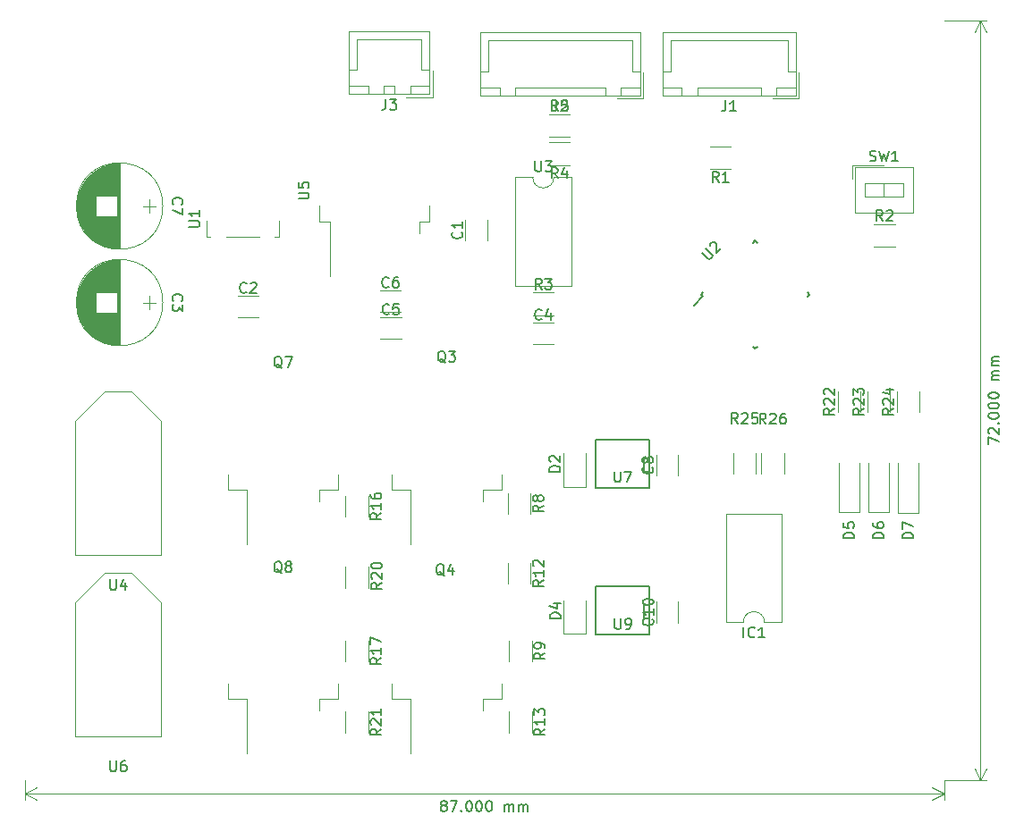
<source format=gto>
G04 #@! TF.GenerationSoftware,KiCad,Pcbnew,(5.1.0)-1*
G04 #@! TF.CreationDate,2019-06-23T00:58:32+09:00*
G04 #@! TF.ProjectId,md_ver1.00.0,6d645f76-6572-4312-9e30-302e302e6b69,rev?*
G04 #@! TF.SameCoordinates,Original*
G04 #@! TF.FileFunction,Legend,Top*
G04 #@! TF.FilePolarity,Positive*
%FSLAX46Y46*%
G04 Gerber Fmt 4.6, Leading zero omitted, Abs format (unit mm)*
G04 Created by KiCad (PCBNEW (5.1.0)-1) date 2019-06-23 00:58:32*
%MOMM*%
%LPD*%
G04 APERTURE LIST*
%ADD10C,0.150000*%
%ADD11C,0.120000*%
G04 APERTURE END LIST*
D10*
X173188380Y-125190476D02*
X173188380Y-124523809D01*
X174188380Y-124952380D01*
X173283619Y-124190476D02*
X173236000Y-124142857D01*
X173188380Y-124047619D01*
X173188380Y-123809523D01*
X173236000Y-123714285D01*
X173283619Y-123666666D01*
X173378857Y-123619047D01*
X173474095Y-123619047D01*
X173616952Y-123666666D01*
X174188380Y-124238095D01*
X174188380Y-123619047D01*
X174093142Y-123190476D02*
X174140761Y-123142857D01*
X174188380Y-123190476D01*
X174140761Y-123238095D01*
X174093142Y-123190476D01*
X174188380Y-123190476D01*
X173188380Y-122523809D02*
X173188380Y-122428571D01*
X173236000Y-122333333D01*
X173283619Y-122285714D01*
X173378857Y-122238095D01*
X173569333Y-122190476D01*
X173807428Y-122190476D01*
X173997904Y-122238095D01*
X174093142Y-122285714D01*
X174140761Y-122333333D01*
X174188380Y-122428571D01*
X174188380Y-122523809D01*
X174140761Y-122619047D01*
X174093142Y-122666666D01*
X173997904Y-122714285D01*
X173807428Y-122761904D01*
X173569333Y-122761904D01*
X173378857Y-122714285D01*
X173283619Y-122666666D01*
X173236000Y-122619047D01*
X173188380Y-122523809D01*
X173188380Y-121571428D02*
X173188380Y-121476190D01*
X173236000Y-121380952D01*
X173283619Y-121333333D01*
X173378857Y-121285714D01*
X173569333Y-121238095D01*
X173807428Y-121238095D01*
X173997904Y-121285714D01*
X174093142Y-121333333D01*
X174140761Y-121380952D01*
X174188380Y-121476190D01*
X174188380Y-121571428D01*
X174140761Y-121666666D01*
X174093142Y-121714285D01*
X173997904Y-121761904D01*
X173807428Y-121809523D01*
X173569333Y-121809523D01*
X173378857Y-121761904D01*
X173283619Y-121714285D01*
X173236000Y-121666666D01*
X173188380Y-121571428D01*
X173188380Y-120619047D02*
X173188380Y-120523809D01*
X173236000Y-120428571D01*
X173283619Y-120380952D01*
X173378857Y-120333333D01*
X173569333Y-120285714D01*
X173807428Y-120285714D01*
X173997904Y-120333333D01*
X174093142Y-120380952D01*
X174140761Y-120428571D01*
X174188380Y-120523809D01*
X174188380Y-120619047D01*
X174140761Y-120714285D01*
X174093142Y-120761904D01*
X173997904Y-120809523D01*
X173807428Y-120857142D01*
X173569333Y-120857142D01*
X173378857Y-120809523D01*
X173283619Y-120761904D01*
X173236000Y-120714285D01*
X173188380Y-120619047D01*
X174188380Y-119095238D02*
X173521714Y-119095238D01*
X173616952Y-119095238D02*
X173569333Y-119047619D01*
X173521714Y-118952380D01*
X173521714Y-118809523D01*
X173569333Y-118714285D01*
X173664571Y-118666666D01*
X174188380Y-118666666D01*
X173664571Y-118666666D02*
X173569333Y-118619047D01*
X173521714Y-118523809D01*
X173521714Y-118380952D01*
X173569333Y-118285714D01*
X173664571Y-118238095D01*
X174188380Y-118238095D01*
X174188380Y-117761904D02*
X173521714Y-117761904D01*
X173616952Y-117761904D02*
X173569333Y-117714285D01*
X173521714Y-117619047D01*
X173521714Y-117476190D01*
X173569333Y-117380952D01*
X173664571Y-117333333D01*
X174188380Y-117333333D01*
X173664571Y-117333333D02*
X173569333Y-117285714D01*
X173521714Y-117190476D01*
X173521714Y-117047619D01*
X173569333Y-116952380D01*
X173664571Y-116904761D01*
X174188380Y-116904761D01*
D11*
X172466000Y-157000000D02*
X172466000Y-85000000D01*
X169000000Y-157000000D02*
X173052421Y-157000000D01*
X169000000Y-85000000D02*
X173052421Y-85000000D01*
X172466000Y-85000000D02*
X173052421Y-86126504D01*
X172466000Y-85000000D02*
X171879579Y-86126504D01*
X172466000Y-157000000D02*
X173052421Y-155873496D01*
X172466000Y-157000000D02*
X171879579Y-155873496D01*
D10*
X121547619Y-159392952D02*
X121452380Y-159345333D01*
X121404761Y-159297714D01*
X121357142Y-159202476D01*
X121357142Y-159154857D01*
X121404761Y-159059619D01*
X121452380Y-159012000D01*
X121547619Y-158964380D01*
X121738095Y-158964380D01*
X121833333Y-159012000D01*
X121880952Y-159059619D01*
X121928571Y-159154857D01*
X121928571Y-159202476D01*
X121880952Y-159297714D01*
X121833333Y-159345333D01*
X121738095Y-159392952D01*
X121547619Y-159392952D01*
X121452380Y-159440571D01*
X121404761Y-159488190D01*
X121357142Y-159583428D01*
X121357142Y-159773904D01*
X121404761Y-159869142D01*
X121452380Y-159916761D01*
X121547619Y-159964380D01*
X121738095Y-159964380D01*
X121833333Y-159916761D01*
X121880952Y-159869142D01*
X121928571Y-159773904D01*
X121928571Y-159583428D01*
X121880952Y-159488190D01*
X121833333Y-159440571D01*
X121738095Y-159392952D01*
X122261904Y-158964380D02*
X122928571Y-158964380D01*
X122500000Y-159964380D01*
X123309523Y-159869142D02*
X123357142Y-159916761D01*
X123309523Y-159964380D01*
X123261904Y-159916761D01*
X123309523Y-159869142D01*
X123309523Y-159964380D01*
X123976190Y-158964380D02*
X124071428Y-158964380D01*
X124166666Y-159012000D01*
X124214285Y-159059619D01*
X124261904Y-159154857D01*
X124309523Y-159345333D01*
X124309523Y-159583428D01*
X124261904Y-159773904D01*
X124214285Y-159869142D01*
X124166666Y-159916761D01*
X124071428Y-159964380D01*
X123976190Y-159964380D01*
X123880952Y-159916761D01*
X123833333Y-159869142D01*
X123785714Y-159773904D01*
X123738095Y-159583428D01*
X123738095Y-159345333D01*
X123785714Y-159154857D01*
X123833333Y-159059619D01*
X123880952Y-159012000D01*
X123976190Y-158964380D01*
X124928571Y-158964380D02*
X125023809Y-158964380D01*
X125119047Y-159012000D01*
X125166666Y-159059619D01*
X125214285Y-159154857D01*
X125261904Y-159345333D01*
X125261904Y-159583428D01*
X125214285Y-159773904D01*
X125166666Y-159869142D01*
X125119047Y-159916761D01*
X125023809Y-159964380D01*
X124928571Y-159964380D01*
X124833333Y-159916761D01*
X124785714Y-159869142D01*
X124738095Y-159773904D01*
X124690476Y-159583428D01*
X124690476Y-159345333D01*
X124738095Y-159154857D01*
X124785714Y-159059619D01*
X124833333Y-159012000D01*
X124928571Y-158964380D01*
X125880952Y-158964380D02*
X125976190Y-158964380D01*
X126071428Y-159012000D01*
X126119047Y-159059619D01*
X126166666Y-159154857D01*
X126214285Y-159345333D01*
X126214285Y-159583428D01*
X126166666Y-159773904D01*
X126119047Y-159869142D01*
X126071428Y-159916761D01*
X125976190Y-159964380D01*
X125880952Y-159964380D01*
X125785714Y-159916761D01*
X125738095Y-159869142D01*
X125690476Y-159773904D01*
X125642857Y-159583428D01*
X125642857Y-159345333D01*
X125690476Y-159154857D01*
X125738095Y-159059619D01*
X125785714Y-159012000D01*
X125880952Y-158964380D01*
X127404761Y-159964380D02*
X127404761Y-159297714D01*
X127404761Y-159392952D02*
X127452380Y-159345333D01*
X127547619Y-159297714D01*
X127690476Y-159297714D01*
X127785714Y-159345333D01*
X127833333Y-159440571D01*
X127833333Y-159964380D01*
X127833333Y-159440571D02*
X127880952Y-159345333D01*
X127976190Y-159297714D01*
X128119047Y-159297714D01*
X128214285Y-159345333D01*
X128261904Y-159440571D01*
X128261904Y-159964380D01*
X128738095Y-159964380D02*
X128738095Y-159297714D01*
X128738095Y-159392952D02*
X128785714Y-159345333D01*
X128880952Y-159297714D01*
X129023809Y-159297714D01*
X129119047Y-159345333D01*
X129166666Y-159440571D01*
X129166666Y-159964380D01*
X129166666Y-159440571D02*
X129214285Y-159345333D01*
X129309523Y-159297714D01*
X129452380Y-159297714D01*
X129547619Y-159345333D01*
X129595238Y-159440571D01*
X129595238Y-159964380D01*
D11*
X82000000Y-158242000D02*
X169000000Y-158242000D01*
X82000000Y-157000000D02*
X82000000Y-158828421D01*
X169000000Y-157000000D02*
X169000000Y-158828421D01*
X169000000Y-158242000D02*
X167873496Y-158828421D01*
X169000000Y-158242000D02*
X167873496Y-157655579D01*
X82000000Y-158242000D02*
X83126504Y-158828421D01*
X82000000Y-158242000D02*
X83126504Y-157655579D01*
D10*
X140601700Y-126530100D02*
X141109700Y-126530100D01*
X140601700Y-127800100D02*
X140601700Y-126530100D01*
X141109700Y-127800100D02*
X140601700Y-127800100D01*
X141109700Y-124752100D02*
X141109700Y-129324100D01*
X136029700Y-124752100D02*
X141109700Y-124752100D01*
X136029700Y-129324100D02*
X136029700Y-124752100D01*
X141109700Y-129324100D02*
X136029700Y-129324100D01*
D11*
X143780700Y-128165100D02*
X143780700Y-126165100D01*
X141740700Y-126165100D02*
X141740700Y-128165100D01*
X135057700Y-129238100D02*
X135057700Y-126038100D01*
X132937700Y-126038100D02*
X132937700Y-129238100D01*
X132937700Y-129238100D02*
X135057700Y-129238100D01*
X120579000Y-92285000D02*
X120579000Y-89785000D01*
X118079000Y-92285000D02*
X120579000Y-92285000D01*
X113429000Y-86785000D02*
X116479000Y-86785000D01*
X113429000Y-89735000D02*
X113429000Y-86785000D01*
X112679000Y-89735000D02*
X113429000Y-89735000D01*
X119529000Y-86785000D02*
X116479000Y-86785000D01*
X119529000Y-89735000D02*
X119529000Y-86785000D01*
X120279000Y-89735000D02*
X119529000Y-89735000D01*
X112679000Y-91985000D02*
X114479000Y-91985000D01*
X112679000Y-91235000D02*
X112679000Y-91985000D01*
X114479000Y-91235000D02*
X112679000Y-91235000D01*
X114479000Y-91985000D02*
X114479000Y-91235000D01*
X118479000Y-91985000D02*
X120279000Y-91985000D01*
X118479000Y-91235000D02*
X118479000Y-91985000D01*
X120279000Y-91235000D02*
X118479000Y-91235000D01*
X120279000Y-91985000D02*
X120279000Y-91235000D01*
X115979000Y-91985000D02*
X116979000Y-91985000D01*
X115979000Y-91235000D02*
X115979000Y-91985000D01*
X116979000Y-91235000D02*
X115979000Y-91235000D01*
X116979000Y-91985000D02*
X116979000Y-91235000D01*
X112679000Y-91985000D02*
X120279000Y-91985000D01*
X112679000Y-86035000D02*
X112679000Y-91985000D01*
X120279000Y-86035000D02*
X112679000Y-86035000D01*
X120279000Y-91985000D02*
X120279000Y-86035000D01*
X101226000Y-147821000D02*
X101226000Y-149321000D01*
X101226000Y-149321000D02*
X103036000Y-149321000D01*
X103036000Y-149321000D02*
X103036000Y-154446000D01*
X111626000Y-147821000D02*
X111626000Y-149321000D01*
X111626000Y-149321000D02*
X109816000Y-149321000D01*
X109816000Y-149321000D02*
X109816000Y-150421000D01*
X109816000Y-129509000D02*
X109816000Y-130609000D01*
X111626000Y-129509000D02*
X109816000Y-129509000D01*
X111626000Y-128009000D02*
X111626000Y-129509000D01*
X103036000Y-129509000D02*
X103036000Y-134634000D01*
X101226000Y-129509000D02*
X103036000Y-129509000D01*
X101226000Y-128009000D02*
X101226000Y-129509000D01*
X116720000Y-128009000D02*
X116720000Y-129509000D01*
X116720000Y-129509000D02*
X118530000Y-129509000D01*
X118530000Y-129509000D02*
X118530000Y-134634000D01*
X127120000Y-128009000D02*
X127120000Y-129509000D01*
X127120000Y-129509000D02*
X125310000Y-129509000D01*
X125310000Y-129509000D02*
X125310000Y-130609000D01*
X125310000Y-149321000D02*
X125310000Y-150421000D01*
X127120000Y-149321000D02*
X125310000Y-149321000D01*
X127120000Y-147821000D02*
X127120000Y-149321000D01*
X118530000Y-149321000D02*
X118530000Y-154446000D01*
X116720000Y-149321000D02*
X118530000Y-149321000D01*
X116720000Y-147821000D02*
X116720000Y-149321000D01*
X92055000Y-137328000D02*
X94855000Y-140128000D01*
X86755000Y-140128000D02*
X86755000Y-152828000D01*
X89555000Y-137328000D02*
X86755000Y-140128000D01*
X86755000Y-152828000D02*
X90805000Y-152828000D01*
X90805000Y-152828000D02*
X94855000Y-152828000D01*
X92055000Y-137328000D02*
X89555000Y-137328000D01*
X94855000Y-140128000D02*
X94855000Y-152828000D01*
X92055000Y-120136000D02*
X94855000Y-122936000D01*
X86755000Y-122936000D02*
X86755000Y-135636000D01*
X89555000Y-120136000D02*
X86755000Y-122936000D01*
X86755000Y-135636000D02*
X90805000Y-135636000D01*
X90805000Y-135636000D02*
X94855000Y-135636000D01*
X92055000Y-120136000D02*
X89555000Y-120136000D01*
X94855000Y-122936000D02*
X94855000Y-135636000D01*
X112341000Y-145780000D02*
X112341000Y-143780000D01*
X114481000Y-143780000D02*
X114481000Y-145780000D01*
X125734000Y-105902000D02*
X125734000Y-103902000D01*
X123694000Y-103902000D02*
X123694000Y-105902000D01*
X102124000Y-113161000D02*
X104124000Y-113161000D01*
X104124000Y-111121000D02*
X102124000Y-111121000D01*
X132064000Y-113661000D02*
X130064000Y-113661000D01*
X130064000Y-115701000D02*
X132064000Y-115701000D01*
X117618000Y-113153000D02*
X115618000Y-113153000D01*
X115618000Y-115193000D02*
X117618000Y-115193000D01*
X115586000Y-112653000D02*
X117586000Y-112653000D01*
X117586000Y-110613000D02*
X115586000Y-110613000D01*
X141766100Y-140084300D02*
X141766100Y-142084300D01*
X143806100Y-142084300D02*
X143806100Y-140084300D01*
X135083100Y-143157300D02*
X135083100Y-139957300D01*
X132963100Y-139957300D02*
X132963100Y-143157300D01*
X132963100Y-143157300D02*
X135083100Y-143157300D01*
X159070000Y-131624000D02*
X159070000Y-126924000D01*
X160970000Y-131624000D02*
X160970000Y-126924000D01*
X159070000Y-131624000D02*
X160970000Y-131624000D01*
X161864000Y-131624000D02*
X161864000Y-126924000D01*
X163764000Y-131624000D02*
X163764000Y-126924000D01*
X161864000Y-131624000D02*
X163764000Y-131624000D01*
X164658000Y-131656000D02*
X166558000Y-131656000D01*
X166558000Y-131656000D02*
X166558000Y-126956000D01*
X164658000Y-131656000D02*
X164658000Y-126956000D01*
X148353000Y-142046000D02*
X150003000Y-142046000D01*
X148353000Y-131766000D02*
X148353000Y-142046000D01*
X153653000Y-131766000D02*
X148353000Y-131766000D01*
X153653000Y-142046000D02*
X153653000Y-131766000D01*
X152003000Y-142046000D02*
X153653000Y-142046000D01*
X150003000Y-142046000D02*
G75*
G02X152003000Y-142046000I1000000J0D01*
G01*
X155250000Y-92412000D02*
X155250000Y-89912000D01*
X152750000Y-92412000D02*
X155250000Y-92412000D01*
X143100000Y-86912000D02*
X148650000Y-86912000D01*
X143100000Y-89862000D02*
X143100000Y-86912000D01*
X142350000Y-89862000D02*
X143100000Y-89862000D01*
X154200000Y-86912000D02*
X148650000Y-86912000D01*
X154200000Y-89862000D02*
X154200000Y-86912000D01*
X154950000Y-89862000D02*
X154200000Y-89862000D01*
X142350000Y-92112000D02*
X144150000Y-92112000D01*
X142350000Y-91362000D02*
X142350000Y-92112000D01*
X144150000Y-91362000D02*
X142350000Y-91362000D01*
X144150000Y-92112000D02*
X144150000Y-91362000D01*
X153150000Y-92112000D02*
X154950000Y-92112000D01*
X153150000Y-91362000D02*
X153150000Y-92112000D01*
X154950000Y-91362000D02*
X153150000Y-91362000D01*
X154950000Y-92112000D02*
X154950000Y-91362000D01*
X145650000Y-92112000D02*
X151650000Y-92112000D01*
X145650000Y-91362000D02*
X145650000Y-92112000D01*
X151650000Y-91362000D02*
X145650000Y-91362000D01*
X151650000Y-92112000D02*
X151650000Y-91362000D01*
X142350000Y-92112000D02*
X154950000Y-92112000D01*
X142350000Y-86162000D02*
X142350000Y-92112000D01*
X154950000Y-86162000D02*
X142350000Y-86162000D01*
X154950000Y-92112000D02*
X154950000Y-86162000D01*
X140218000Y-92112000D02*
X140218000Y-86162000D01*
X140218000Y-86162000D02*
X125118000Y-86162000D01*
X125118000Y-86162000D02*
X125118000Y-92112000D01*
X125118000Y-92112000D02*
X140218000Y-92112000D01*
X136918000Y-92112000D02*
X136918000Y-91362000D01*
X136918000Y-91362000D02*
X128418000Y-91362000D01*
X128418000Y-91362000D02*
X128418000Y-92112000D01*
X128418000Y-92112000D02*
X136918000Y-92112000D01*
X140218000Y-92112000D02*
X140218000Y-91362000D01*
X140218000Y-91362000D02*
X138418000Y-91362000D01*
X138418000Y-91362000D02*
X138418000Y-92112000D01*
X138418000Y-92112000D02*
X140218000Y-92112000D01*
X126918000Y-92112000D02*
X126918000Y-91362000D01*
X126918000Y-91362000D02*
X125118000Y-91362000D01*
X125118000Y-91362000D02*
X125118000Y-92112000D01*
X125118000Y-92112000D02*
X126918000Y-92112000D01*
X140218000Y-89862000D02*
X139468000Y-89862000D01*
X139468000Y-89862000D02*
X139468000Y-86912000D01*
X139468000Y-86912000D02*
X132668000Y-86912000D01*
X125118000Y-89862000D02*
X125868000Y-89862000D01*
X125868000Y-89862000D02*
X125868000Y-86912000D01*
X125868000Y-86912000D02*
X132668000Y-86912000D01*
X138018000Y-92412000D02*
X140518000Y-92412000D01*
X140518000Y-92412000D02*
X140518000Y-89912000D01*
X148828000Y-99114000D02*
X146828000Y-99114000D01*
X146828000Y-96974000D02*
X148828000Y-96974000D01*
X162354000Y-104340000D02*
X164354000Y-104340000D01*
X164354000Y-106480000D02*
X162354000Y-106480000D01*
X132064000Y-112957000D02*
X130064000Y-112957000D01*
X130064000Y-110817000D02*
X132064000Y-110817000D01*
X133588000Y-98733000D02*
X131588000Y-98733000D01*
X131588000Y-96593000D02*
X133588000Y-96593000D01*
X131588000Y-93926000D02*
X133588000Y-93926000D01*
X133588000Y-96066000D02*
X131588000Y-96066000D01*
X129848000Y-129810000D02*
X129848000Y-131810000D01*
X127708000Y-131810000D02*
X127708000Y-129810000D01*
X127835000Y-145780000D02*
X127835000Y-143780000D01*
X129975000Y-143780000D02*
X129975000Y-145780000D01*
X127708000Y-138414000D02*
X127708000Y-136414000D01*
X129848000Y-136414000D02*
X129848000Y-138414000D01*
X127835000Y-152511000D02*
X127835000Y-150511000D01*
X129975000Y-150511000D02*
X129975000Y-152511000D01*
X114481000Y-130064000D02*
X114481000Y-132064000D01*
X112341000Y-132064000D02*
X112341000Y-130064000D01*
X114481000Y-136795000D02*
X114481000Y-138795000D01*
X112341000Y-138795000D02*
X112341000Y-136795000D01*
X112341000Y-152511000D02*
X112341000Y-150511000D01*
X114481000Y-150511000D02*
X114481000Y-152511000D01*
X161090000Y-120158000D02*
X161090000Y-122158000D01*
X158950000Y-122158000D02*
X158950000Y-120158000D01*
X161744000Y-122158000D02*
X161744000Y-120158000D01*
X163884000Y-120158000D02*
X163884000Y-122158000D01*
X166678000Y-120158000D02*
X166678000Y-122158000D01*
X164538000Y-122158000D02*
X164538000Y-120158000D01*
X149044000Y-128000000D02*
X149044000Y-126000000D01*
X151184000Y-126000000D02*
X151184000Y-128000000D01*
X153851000Y-126000000D02*
X153851000Y-128000000D01*
X151711000Y-128000000D02*
X151711000Y-126000000D01*
X163322000Y-100457000D02*
X163322000Y-101727000D01*
X165132000Y-100457000D02*
X161512000Y-100457000D01*
X165132000Y-101727000D02*
X165132000Y-100457000D01*
X161512000Y-101727000D02*
X165132000Y-101727000D01*
X161512000Y-100457000D02*
X161512000Y-101727000D01*
X160552000Y-103262000D02*
X160552000Y-98922000D01*
X166092000Y-103262000D02*
X160552000Y-103262000D01*
X166092000Y-98922000D02*
X166092000Y-103262000D01*
X160552000Y-98922000D02*
X166092000Y-98922000D01*
X160352000Y-98722000D02*
X163292000Y-98722000D01*
X160352000Y-98722000D02*
X160352000Y-99992000D01*
X106016000Y-105526000D02*
X105616000Y-105526000D01*
X106016000Y-104026000D02*
X106016000Y-105526000D01*
X104216000Y-105526000D02*
X101016000Y-105526000D01*
X99216000Y-105526000D02*
X99216000Y-104026000D01*
X99566000Y-105526000D02*
X99216000Y-105526000D01*
D10*
X146162575Y-111157099D02*
X145296369Y-112023305D01*
X151130000Y-105871476D02*
X150917868Y-106083608D01*
X156256524Y-110998000D02*
X156044392Y-111210132D01*
X151130000Y-116124524D02*
X151342132Y-115912392D01*
X146003476Y-110998000D02*
X146215608Y-110785868D01*
X151130000Y-116124524D02*
X150917868Y-115912392D01*
X156256524Y-110998000D02*
X156044392Y-110785868D01*
X151130000Y-105871476D02*
X151342132Y-106083608D01*
X146003476Y-110998000D02*
X146162575Y-111157099D01*
D11*
X132064000Y-99889000D02*
G75*
G02X130064000Y-99889000I-1000000J0D01*
G01*
X130064000Y-99889000D02*
X128414000Y-99889000D01*
X128414000Y-99889000D02*
X128414000Y-110169000D01*
X128414000Y-110169000D02*
X133714000Y-110169000D01*
X133714000Y-110169000D02*
X133714000Y-99889000D01*
X133714000Y-99889000D02*
X132064000Y-99889000D01*
X119331000Y-104103000D02*
X119331000Y-105203000D01*
X120281000Y-104103000D02*
X119331000Y-104103000D01*
X120281000Y-102603000D02*
X120281000Y-104103000D01*
X110831000Y-104103000D02*
X110831000Y-109228000D01*
X109881000Y-104103000D02*
X110831000Y-104103000D01*
X109881000Y-102603000D02*
X109881000Y-104103000D01*
D10*
X141135100Y-143243300D02*
X136055100Y-143243300D01*
X136055100Y-143243300D02*
X136055100Y-138671300D01*
X136055100Y-138671300D02*
X141135100Y-138671300D01*
X141135100Y-138671300D02*
X141135100Y-143243300D01*
X141135100Y-141719300D02*
X140627100Y-141719300D01*
X140627100Y-141719300D02*
X140627100Y-140449300D01*
X140627100Y-140449300D02*
X141135100Y-140449300D01*
D11*
X95042000Y-111760000D02*
G75*
G03X95042000Y-111760000I-4090000J0D01*
G01*
X90952000Y-115810000D02*
X90952000Y-107710000D01*
X90912000Y-115810000D02*
X90912000Y-107710000D01*
X90872000Y-115810000D02*
X90872000Y-107710000D01*
X90832000Y-115809000D02*
X90832000Y-107711000D01*
X90792000Y-115807000D02*
X90792000Y-107713000D01*
X90752000Y-115806000D02*
X90752000Y-107714000D01*
X90712000Y-115803000D02*
X90712000Y-107717000D01*
X90672000Y-115801000D02*
X90672000Y-112740000D01*
X90672000Y-110780000D02*
X90672000Y-107719000D01*
X90632000Y-115798000D02*
X90632000Y-112740000D01*
X90632000Y-110780000D02*
X90632000Y-107722000D01*
X90592000Y-115795000D02*
X90592000Y-112740000D01*
X90592000Y-110780000D02*
X90592000Y-107725000D01*
X90552000Y-115791000D02*
X90552000Y-112740000D01*
X90552000Y-110780000D02*
X90552000Y-107729000D01*
X90512000Y-115787000D02*
X90512000Y-112740000D01*
X90512000Y-110780000D02*
X90512000Y-107733000D01*
X90472000Y-115782000D02*
X90472000Y-112740000D01*
X90472000Y-110780000D02*
X90472000Y-107738000D01*
X90432000Y-115777000D02*
X90432000Y-112740000D01*
X90432000Y-110780000D02*
X90432000Y-107743000D01*
X90392000Y-115772000D02*
X90392000Y-112740000D01*
X90392000Y-110780000D02*
X90392000Y-107748000D01*
X90352000Y-115766000D02*
X90352000Y-112740000D01*
X90352000Y-110780000D02*
X90352000Y-107754000D01*
X90312000Y-115760000D02*
X90312000Y-112740000D01*
X90312000Y-110780000D02*
X90312000Y-107760000D01*
X90272000Y-115754000D02*
X90272000Y-112740000D01*
X90272000Y-110780000D02*
X90272000Y-107766000D01*
X90231000Y-115747000D02*
X90231000Y-112740000D01*
X90231000Y-110780000D02*
X90231000Y-107773000D01*
X90191000Y-115739000D02*
X90191000Y-112740000D01*
X90191000Y-110780000D02*
X90191000Y-107781000D01*
X90151000Y-115731000D02*
X90151000Y-112740000D01*
X90151000Y-110780000D02*
X90151000Y-107789000D01*
X90111000Y-115723000D02*
X90111000Y-112740000D01*
X90111000Y-110780000D02*
X90111000Y-107797000D01*
X90071000Y-115715000D02*
X90071000Y-112740000D01*
X90071000Y-110780000D02*
X90071000Y-107805000D01*
X90031000Y-115706000D02*
X90031000Y-112740000D01*
X90031000Y-110780000D02*
X90031000Y-107814000D01*
X89991000Y-115696000D02*
X89991000Y-112740000D01*
X89991000Y-110780000D02*
X89991000Y-107824000D01*
X89951000Y-115686000D02*
X89951000Y-112740000D01*
X89951000Y-110780000D02*
X89951000Y-107834000D01*
X89911000Y-115676000D02*
X89911000Y-112740000D01*
X89911000Y-110780000D02*
X89911000Y-107844000D01*
X89871000Y-115665000D02*
X89871000Y-112740000D01*
X89871000Y-110780000D02*
X89871000Y-107855000D01*
X89831000Y-115654000D02*
X89831000Y-112740000D01*
X89831000Y-110780000D02*
X89831000Y-107866000D01*
X89791000Y-115643000D02*
X89791000Y-112740000D01*
X89791000Y-110780000D02*
X89791000Y-107877000D01*
X89751000Y-115630000D02*
X89751000Y-112740000D01*
X89751000Y-110780000D02*
X89751000Y-107890000D01*
X89711000Y-115618000D02*
X89711000Y-112740000D01*
X89711000Y-110780000D02*
X89711000Y-107902000D01*
X89671000Y-115605000D02*
X89671000Y-112740000D01*
X89671000Y-110780000D02*
X89671000Y-107915000D01*
X89631000Y-115592000D02*
X89631000Y-112740000D01*
X89631000Y-110780000D02*
X89631000Y-107928000D01*
X89591000Y-115578000D02*
X89591000Y-112740000D01*
X89591000Y-110780000D02*
X89591000Y-107942000D01*
X89551000Y-115563000D02*
X89551000Y-112740000D01*
X89551000Y-110780000D02*
X89551000Y-107957000D01*
X89511000Y-115549000D02*
X89511000Y-112740000D01*
X89511000Y-110780000D02*
X89511000Y-107971000D01*
X89471000Y-115533000D02*
X89471000Y-112740000D01*
X89471000Y-110780000D02*
X89471000Y-107987000D01*
X89431000Y-115518000D02*
X89431000Y-112740000D01*
X89431000Y-110780000D02*
X89431000Y-108002000D01*
X89391000Y-115501000D02*
X89391000Y-112740000D01*
X89391000Y-110780000D02*
X89391000Y-108019000D01*
X89351000Y-115485000D02*
X89351000Y-112740000D01*
X89351000Y-110780000D02*
X89351000Y-108035000D01*
X89311000Y-115467000D02*
X89311000Y-112740000D01*
X89311000Y-110780000D02*
X89311000Y-108053000D01*
X89271000Y-115450000D02*
X89271000Y-112740000D01*
X89271000Y-110780000D02*
X89271000Y-108070000D01*
X89231000Y-115431000D02*
X89231000Y-112740000D01*
X89231000Y-110780000D02*
X89231000Y-108089000D01*
X89191000Y-115412000D02*
X89191000Y-112740000D01*
X89191000Y-110780000D02*
X89191000Y-108108000D01*
X89151000Y-115393000D02*
X89151000Y-112740000D01*
X89151000Y-110780000D02*
X89151000Y-108127000D01*
X89111000Y-115373000D02*
X89111000Y-112740000D01*
X89111000Y-110780000D02*
X89111000Y-108147000D01*
X89071000Y-115353000D02*
X89071000Y-112740000D01*
X89071000Y-110780000D02*
X89071000Y-108167000D01*
X89031000Y-115332000D02*
X89031000Y-112740000D01*
X89031000Y-110780000D02*
X89031000Y-108188000D01*
X88991000Y-115310000D02*
X88991000Y-112740000D01*
X88991000Y-110780000D02*
X88991000Y-108210000D01*
X88951000Y-115288000D02*
X88951000Y-112740000D01*
X88951000Y-110780000D02*
X88951000Y-108232000D01*
X88911000Y-115265000D02*
X88911000Y-112740000D01*
X88911000Y-110780000D02*
X88911000Y-108255000D01*
X88871000Y-115242000D02*
X88871000Y-112740000D01*
X88871000Y-110780000D02*
X88871000Y-108278000D01*
X88831000Y-115218000D02*
X88831000Y-112740000D01*
X88831000Y-110780000D02*
X88831000Y-108302000D01*
X88791000Y-115194000D02*
X88791000Y-112740000D01*
X88791000Y-110780000D02*
X88791000Y-108326000D01*
X88751000Y-115168000D02*
X88751000Y-112740000D01*
X88751000Y-110780000D02*
X88751000Y-108352000D01*
X88711000Y-115143000D02*
X88711000Y-108377000D01*
X88671000Y-115116000D02*
X88671000Y-108404000D01*
X88631000Y-115089000D02*
X88631000Y-108431000D01*
X88591000Y-115061000D02*
X88591000Y-108459000D01*
X88551000Y-115032000D02*
X88551000Y-108488000D01*
X88511000Y-115003000D02*
X88511000Y-108517000D01*
X88471000Y-114973000D02*
X88471000Y-108547000D01*
X88431000Y-114942000D02*
X88431000Y-108578000D01*
X88391000Y-114910000D02*
X88391000Y-108610000D01*
X88351000Y-114878000D02*
X88351000Y-108642000D01*
X88311000Y-114844000D02*
X88311000Y-108676000D01*
X88271000Y-114810000D02*
X88271000Y-108710000D01*
X88231000Y-114775000D02*
X88231000Y-108745000D01*
X88191000Y-114739000D02*
X88191000Y-108781000D01*
X88151000Y-114702000D02*
X88151000Y-108818000D01*
X88111000Y-114664000D02*
X88111000Y-108856000D01*
X88071000Y-114625000D02*
X88071000Y-108895000D01*
X88031000Y-114584000D02*
X88031000Y-108936000D01*
X87991000Y-114543000D02*
X87991000Y-108977000D01*
X87951000Y-114500000D02*
X87951000Y-109020000D01*
X87911000Y-114457000D02*
X87911000Y-109063000D01*
X87871000Y-114412000D02*
X87871000Y-109108000D01*
X87831000Y-114365000D02*
X87831000Y-109155000D01*
X87791000Y-114317000D02*
X87791000Y-109203000D01*
X87751000Y-114268000D02*
X87751000Y-109252000D01*
X87711000Y-114217000D02*
X87711000Y-109303000D01*
X87671000Y-114164000D02*
X87671000Y-109356000D01*
X87631000Y-114109000D02*
X87631000Y-109411000D01*
X87591000Y-114053000D02*
X87591000Y-109467000D01*
X87551000Y-113994000D02*
X87551000Y-109526000D01*
X87511000Y-113933000D02*
X87511000Y-109587000D01*
X87471000Y-113869000D02*
X87471000Y-109651000D01*
X87431000Y-113803000D02*
X87431000Y-109717000D01*
X87391000Y-113734000D02*
X87391000Y-109786000D01*
X87351000Y-113662000D02*
X87351000Y-109858000D01*
X87311000Y-113586000D02*
X87311000Y-109934000D01*
X87271000Y-113505000D02*
X87271000Y-110015000D01*
X87231000Y-113420000D02*
X87231000Y-110100000D01*
X87191000Y-113330000D02*
X87191000Y-110190000D01*
X87151000Y-113233000D02*
X87151000Y-110287000D01*
X87111000Y-113129000D02*
X87111000Y-110391000D01*
X87071000Y-113014000D02*
X87071000Y-110506000D01*
X87031000Y-112887000D02*
X87031000Y-110633000D01*
X86991000Y-112743000D02*
X86991000Y-110777000D01*
X86951000Y-112574000D02*
X86951000Y-110946000D01*
X86911000Y-112358000D02*
X86911000Y-111162000D01*
X86871000Y-112006000D02*
X86871000Y-111514000D01*
X94402000Y-111760000D02*
X93202000Y-111760000D01*
X93802000Y-112410000D02*
X93802000Y-111110000D01*
X93802000Y-103266000D02*
X93802000Y-101966000D01*
X94402000Y-102616000D02*
X93202000Y-102616000D01*
X86871000Y-102862000D02*
X86871000Y-102370000D01*
X86911000Y-103214000D02*
X86911000Y-102018000D01*
X86951000Y-103430000D02*
X86951000Y-101802000D01*
X86991000Y-103599000D02*
X86991000Y-101633000D01*
X87031000Y-103743000D02*
X87031000Y-101489000D01*
X87071000Y-103870000D02*
X87071000Y-101362000D01*
X87111000Y-103985000D02*
X87111000Y-101247000D01*
X87151000Y-104089000D02*
X87151000Y-101143000D01*
X87191000Y-104186000D02*
X87191000Y-101046000D01*
X87231000Y-104276000D02*
X87231000Y-100956000D01*
X87271000Y-104361000D02*
X87271000Y-100871000D01*
X87311000Y-104442000D02*
X87311000Y-100790000D01*
X87351000Y-104518000D02*
X87351000Y-100714000D01*
X87391000Y-104590000D02*
X87391000Y-100642000D01*
X87431000Y-104659000D02*
X87431000Y-100573000D01*
X87471000Y-104725000D02*
X87471000Y-100507000D01*
X87511000Y-104789000D02*
X87511000Y-100443000D01*
X87551000Y-104850000D02*
X87551000Y-100382000D01*
X87591000Y-104909000D02*
X87591000Y-100323000D01*
X87631000Y-104965000D02*
X87631000Y-100267000D01*
X87671000Y-105020000D02*
X87671000Y-100212000D01*
X87711000Y-105073000D02*
X87711000Y-100159000D01*
X87751000Y-105124000D02*
X87751000Y-100108000D01*
X87791000Y-105173000D02*
X87791000Y-100059000D01*
X87831000Y-105221000D02*
X87831000Y-100011000D01*
X87871000Y-105268000D02*
X87871000Y-99964000D01*
X87911000Y-105313000D02*
X87911000Y-99919000D01*
X87951000Y-105356000D02*
X87951000Y-99876000D01*
X87991000Y-105399000D02*
X87991000Y-99833000D01*
X88031000Y-105440000D02*
X88031000Y-99792000D01*
X88071000Y-105481000D02*
X88071000Y-99751000D01*
X88111000Y-105520000D02*
X88111000Y-99712000D01*
X88151000Y-105558000D02*
X88151000Y-99674000D01*
X88191000Y-105595000D02*
X88191000Y-99637000D01*
X88231000Y-105631000D02*
X88231000Y-99601000D01*
X88271000Y-105666000D02*
X88271000Y-99566000D01*
X88311000Y-105700000D02*
X88311000Y-99532000D01*
X88351000Y-105734000D02*
X88351000Y-99498000D01*
X88391000Y-105766000D02*
X88391000Y-99466000D01*
X88431000Y-105798000D02*
X88431000Y-99434000D01*
X88471000Y-105829000D02*
X88471000Y-99403000D01*
X88511000Y-105859000D02*
X88511000Y-99373000D01*
X88551000Y-105888000D02*
X88551000Y-99344000D01*
X88591000Y-105917000D02*
X88591000Y-99315000D01*
X88631000Y-105945000D02*
X88631000Y-99287000D01*
X88671000Y-105972000D02*
X88671000Y-99260000D01*
X88711000Y-105999000D02*
X88711000Y-99233000D01*
X88751000Y-101636000D02*
X88751000Y-99208000D01*
X88751000Y-106024000D02*
X88751000Y-103596000D01*
X88791000Y-101636000D02*
X88791000Y-99182000D01*
X88791000Y-106050000D02*
X88791000Y-103596000D01*
X88831000Y-101636000D02*
X88831000Y-99158000D01*
X88831000Y-106074000D02*
X88831000Y-103596000D01*
X88871000Y-101636000D02*
X88871000Y-99134000D01*
X88871000Y-106098000D02*
X88871000Y-103596000D01*
X88911000Y-101636000D02*
X88911000Y-99111000D01*
X88911000Y-106121000D02*
X88911000Y-103596000D01*
X88951000Y-101636000D02*
X88951000Y-99088000D01*
X88951000Y-106144000D02*
X88951000Y-103596000D01*
X88991000Y-101636000D02*
X88991000Y-99066000D01*
X88991000Y-106166000D02*
X88991000Y-103596000D01*
X89031000Y-101636000D02*
X89031000Y-99044000D01*
X89031000Y-106188000D02*
X89031000Y-103596000D01*
X89071000Y-101636000D02*
X89071000Y-99023000D01*
X89071000Y-106209000D02*
X89071000Y-103596000D01*
X89111000Y-101636000D02*
X89111000Y-99003000D01*
X89111000Y-106229000D02*
X89111000Y-103596000D01*
X89151000Y-101636000D02*
X89151000Y-98983000D01*
X89151000Y-106249000D02*
X89151000Y-103596000D01*
X89191000Y-101636000D02*
X89191000Y-98964000D01*
X89191000Y-106268000D02*
X89191000Y-103596000D01*
X89231000Y-101636000D02*
X89231000Y-98945000D01*
X89231000Y-106287000D02*
X89231000Y-103596000D01*
X89271000Y-101636000D02*
X89271000Y-98926000D01*
X89271000Y-106306000D02*
X89271000Y-103596000D01*
X89311000Y-101636000D02*
X89311000Y-98909000D01*
X89311000Y-106323000D02*
X89311000Y-103596000D01*
X89351000Y-101636000D02*
X89351000Y-98891000D01*
X89351000Y-106341000D02*
X89351000Y-103596000D01*
X89391000Y-101636000D02*
X89391000Y-98875000D01*
X89391000Y-106357000D02*
X89391000Y-103596000D01*
X89431000Y-101636000D02*
X89431000Y-98858000D01*
X89431000Y-106374000D02*
X89431000Y-103596000D01*
X89471000Y-101636000D02*
X89471000Y-98843000D01*
X89471000Y-106389000D02*
X89471000Y-103596000D01*
X89511000Y-101636000D02*
X89511000Y-98827000D01*
X89511000Y-106405000D02*
X89511000Y-103596000D01*
X89551000Y-101636000D02*
X89551000Y-98813000D01*
X89551000Y-106419000D02*
X89551000Y-103596000D01*
X89591000Y-101636000D02*
X89591000Y-98798000D01*
X89591000Y-106434000D02*
X89591000Y-103596000D01*
X89631000Y-101636000D02*
X89631000Y-98784000D01*
X89631000Y-106448000D02*
X89631000Y-103596000D01*
X89671000Y-101636000D02*
X89671000Y-98771000D01*
X89671000Y-106461000D02*
X89671000Y-103596000D01*
X89711000Y-101636000D02*
X89711000Y-98758000D01*
X89711000Y-106474000D02*
X89711000Y-103596000D01*
X89751000Y-101636000D02*
X89751000Y-98746000D01*
X89751000Y-106486000D02*
X89751000Y-103596000D01*
X89791000Y-101636000D02*
X89791000Y-98733000D01*
X89791000Y-106499000D02*
X89791000Y-103596000D01*
X89831000Y-101636000D02*
X89831000Y-98722000D01*
X89831000Y-106510000D02*
X89831000Y-103596000D01*
X89871000Y-101636000D02*
X89871000Y-98711000D01*
X89871000Y-106521000D02*
X89871000Y-103596000D01*
X89911000Y-101636000D02*
X89911000Y-98700000D01*
X89911000Y-106532000D02*
X89911000Y-103596000D01*
X89951000Y-101636000D02*
X89951000Y-98690000D01*
X89951000Y-106542000D02*
X89951000Y-103596000D01*
X89991000Y-101636000D02*
X89991000Y-98680000D01*
X89991000Y-106552000D02*
X89991000Y-103596000D01*
X90031000Y-101636000D02*
X90031000Y-98670000D01*
X90031000Y-106562000D02*
X90031000Y-103596000D01*
X90071000Y-101636000D02*
X90071000Y-98661000D01*
X90071000Y-106571000D02*
X90071000Y-103596000D01*
X90111000Y-101636000D02*
X90111000Y-98653000D01*
X90111000Y-106579000D02*
X90111000Y-103596000D01*
X90151000Y-101636000D02*
X90151000Y-98645000D01*
X90151000Y-106587000D02*
X90151000Y-103596000D01*
X90191000Y-101636000D02*
X90191000Y-98637000D01*
X90191000Y-106595000D02*
X90191000Y-103596000D01*
X90231000Y-101636000D02*
X90231000Y-98629000D01*
X90231000Y-106603000D02*
X90231000Y-103596000D01*
X90272000Y-101636000D02*
X90272000Y-98622000D01*
X90272000Y-106610000D02*
X90272000Y-103596000D01*
X90312000Y-101636000D02*
X90312000Y-98616000D01*
X90312000Y-106616000D02*
X90312000Y-103596000D01*
X90352000Y-101636000D02*
X90352000Y-98610000D01*
X90352000Y-106622000D02*
X90352000Y-103596000D01*
X90392000Y-101636000D02*
X90392000Y-98604000D01*
X90392000Y-106628000D02*
X90392000Y-103596000D01*
X90432000Y-101636000D02*
X90432000Y-98599000D01*
X90432000Y-106633000D02*
X90432000Y-103596000D01*
X90472000Y-101636000D02*
X90472000Y-98594000D01*
X90472000Y-106638000D02*
X90472000Y-103596000D01*
X90512000Y-101636000D02*
X90512000Y-98589000D01*
X90512000Y-106643000D02*
X90512000Y-103596000D01*
X90552000Y-101636000D02*
X90552000Y-98585000D01*
X90552000Y-106647000D02*
X90552000Y-103596000D01*
X90592000Y-101636000D02*
X90592000Y-98581000D01*
X90592000Y-106651000D02*
X90592000Y-103596000D01*
X90632000Y-101636000D02*
X90632000Y-98578000D01*
X90632000Y-106654000D02*
X90632000Y-103596000D01*
X90672000Y-101636000D02*
X90672000Y-98575000D01*
X90672000Y-106657000D02*
X90672000Y-103596000D01*
X90712000Y-106659000D02*
X90712000Y-98573000D01*
X90752000Y-106662000D02*
X90752000Y-98570000D01*
X90792000Y-106663000D02*
X90792000Y-98569000D01*
X90832000Y-106665000D02*
X90832000Y-98567000D01*
X90872000Y-106666000D02*
X90872000Y-98566000D01*
X90912000Y-106666000D02*
X90912000Y-98566000D01*
X90952000Y-106666000D02*
X90952000Y-98566000D01*
X95042000Y-102616000D02*
G75*
G03X95042000Y-102616000I-4090000J0D01*
G01*
D10*
X137807795Y-127760480D02*
X137807795Y-128570004D01*
X137855414Y-128665242D01*
X137903033Y-128712861D01*
X137998271Y-128760480D01*
X138188747Y-128760480D01*
X138283985Y-128712861D01*
X138331604Y-128665242D01*
X138379223Y-128570004D01*
X138379223Y-127760480D01*
X138760176Y-127760480D02*
X139426842Y-127760480D01*
X138998271Y-128760480D01*
X141367842Y-127331766D02*
X141415461Y-127379385D01*
X141463080Y-127522242D01*
X141463080Y-127617480D01*
X141415461Y-127760338D01*
X141320223Y-127855576D01*
X141224985Y-127903195D01*
X141034509Y-127950814D01*
X140891652Y-127950814D01*
X140701176Y-127903195D01*
X140605938Y-127855576D01*
X140510700Y-127760338D01*
X140463080Y-127617480D01*
X140463080Y-127522242D01*
X140510700Y-127379385D01*
X140558319Y-127331766D01*
X140891652Y-126760338D02*
X140844033Y-126855576D01*
X140796414Y-126903195D01*
X140701176Y-126950814D01*
X140653557Y-126950814D01*
X140558319Y-126903195D01*
X140510700Y-126855576D01*
X140463080Y-126760338D01*
X140463080Y-126569861D01*
X140510700Y-126474623D01*
X140558319Y-126427004D01*
X140653557Y-126379385D01*
X140701176Y-126379385D01*
X140796414Y-126427004D01*
X140844033Y-126474623D01*
X140891652Y-126569861D01*
X140891652Y-126760338D01*
X140939271Y-126855576D01*
X140986890Y-126903195D01*
X141082128Y-126950814D01*
X141272604Y-126950814D01*
X141367842Y-126903195D01*
X141415461Y-126855576D01*
X141463080Y-126760338D01*
X141463080Y-126569861D01*
X141415461Y-126474623D01*
X141367842Y-126427004D01*
X141272604Y-126379385D01*
X141082128Y-126379385D01*
X140986890Y-126427004D01*
X140939271Y-126474623D01*
X140891652Y-126569861D01*
X132650080Y-127776195D02*
X131650080Y-127776195D01*
X131650080Y-127538100D01*
X131697700Y-127395242D01*
X131792938Y-127300004D01*
X131888176Y-127252385D01*
X132078652Y-127204766D01*
X132221509Y-127204766D01*
X132411985Y-127252385D01*
X132507223Y-127300004D01*
X132602461Y-127395242D01*
X132650080Y-127538100D01*
X132650080Y-127776195D01*
X131745319Y-126823814D02*
X131697700Y-126776195D01*
X131650080Y-126680957D01*
X131650080Y-126442861D01*
X131697700Y-126347623D01*
X131745319Y-126300004D01*
X131840557Y-126252385D01*
X131935795Y-126252385D01*
X132078652Y-126300004D01*
X132650080Y-126871433D01*
X132650080Y-126252385D01*
X116145666Y-92487380D02*
X116145666Y-93201666D01*
X116098047Y-93344523D01*
X116002809Y-93439761D01*
X115859952Y-93487380D01*
X115764714Y-93487380D01*
X116526619Y-92487380D02*
X117145666Y-92487380D01*
X116812333Y-92868333D01*
X116955190Y-92868333D01*
X117050428Y-92915952D01*
X117098047Y-92963571D01*
X117145666Y-93058809D01*
X117145666Y-93296904D01*
X117098047Y-93392142D01*
X117050428Y-93439761D01*
X116955190Y-93487380D01*
X116669476Y-93487380D01*
X116574238Y-93439761D01*
X116526619Y-93392142D01*
X106330761Y-137393619D02*
X106235523Y-137346000D01*
X106140285Y-137250761D01*
X105997428Y-137107904D01*
X105902190Y-137060285D01*
X105806952Y-137060285D01*
X105854571Y-137298380D02*
X105759333Y-137250761D01*
X105664095Y-137155523D01*
X105616476Y-136965047D01*
X105616476Y-136631714D01*
X105664095Y-136441238D01*
X105759333Y-136346000D01*
X105854571Y-136298380D01*
X106045047Y-136298380D01*
X106140285Y-136346000D01*
X106235523Y-136441238D01*
X106283142Y-136631714D01*
X106283142Y-136965047D01*
X106235523Y-137155523D01*
X106140285Y-137250761D01*
X106045047Y-137298380D01*
X105854571Y-137298380D01*
X106854571Y-136726952D02*
X106759333Y-136679333D01*
X106711714Y-136631714D01*
X106664095Y-136536476D01*
X106664095Y-136488857D01*
X106711714Y-136393619D01*
X106759333Y-136346000D01*
X106854571Y-136298380D01*
X107045047Y-136298380D01*
X107140285Y-136346000D01*
X107187904Y-136393619D01*
X107235523Y-136488857D01*
X107235523Y-136536476D01*
X107187904Y-136631714D01*
X107140285Y-136679333D01*
X107045047Y-136726952D01*
X106854571Y-136726952D01*
X106759333Y-136774571D01*
X106711714Y-136822190D01*
X106664095Y-136917428D01*
X106664095Y-137107904D01*
X106711714Y-137203142D01*
X106759333Y-137250761D01*
X106854571Y-137298380D01*
X107045047Y-137298380D01*
X107140285Y-137250761D01*
X107187904Y-137203142D01*
X107235523Y-137107904D01*
X107235523Y-136917428D01*
X107187904Y-136822190D01*
X107140285Y-136774571D01*
X107045047Y-136726952D01*
X106330761Y-117962619D02*
X106235523Y-117915000D01*
X106140285Y-117819761D01*
X105997428Y-117676904D01*
X105902190Y-117629285D01*
X105806952Y-117629285D01*
X105854571Y-117867380D02*
X105759333Y-117819761D01*
X105664095Y-117724523D01*
X105616476Y-117534047D01*
X105616476Y-117200714D01*
X105664095Y-117010238D01*
X105759333Y-116915000D01*
X105854571Y-116867380D01*
X106045047Y-116867380D01*
X106140285Y-116915000D01*
X106235523Y-117010238D01*
X106283142Y-117200714D01*
X106283142Y-117534047D01*
X106235523Y-117724523D01*
X106140285Y-117819761D01*
X106045047Y-117867380D01*
X105854571Y-117867380D01*
X106616476Y-116867380D02*
X107283142Y-116867380D01*
X106854571Y-117867380D01*
X121824761Y-117454619D02*
X121729523Y-117407000D01*
X121634285Y-117311761D01*
X121491428Y-117168904D01*
X121396190Y-117121285D01*
X121300952Y-117121285D01*
X121348571Y-117359380D02*
X121253333Y-117311761D01*
X121158095Y-117216523D01*
X121110476Y-117026047D01*
X121110476Y-116692714D01*
X121158095Y-116502238D01*
X121253333Y-116407000D01*
X121348571Y-116359380D01*
X121539047Y-116359380D01*
X121634285Y-116407000D01*
X121729523Y-116502238D01*
X121777142Y-116692714D01*
X121777142Y-117026047D01*
X121729523Y-117216523D01*
X121634285Y-117311761D01*
X121539047Y-117359380D01*
X121348571Y-117359380D01*
X122110476Y-116359380D02*
X122729523Y-116359380D01*
X122396190Y-116740333D01*
X122539047Y-116740333D01*
X122634285Y-116787952D01*
X122681904Y-116835571D01*
X122729523Y-116930809D01*
X122729523Y-117168904D01*
X122681904Y-117264142D01*
X122634285Y-117311761D01*
X122539047Y-117359380D01*
X122253333Y-117359380D01*
X122158095Y-117311761D01*
X122110476Y-117264142D01*
X121697761Y-137647619D02*
X121602523Y-137600000D01*
X121507285Y-137504761D01*
X121364428Y-137361904D01*
X121269190Y-137314285D01*
X121173952Y-137314285D01*
X121221571Y-137552380D02*
X121126333Y-137504761D01*
X121031095Y-137409523D01*
X120983476Y-137219047D01*
X120983476Y-136885714D01*
X121031095Y-136695238D01*
X121126333Y-136600000D01*
X121221571Y-136552380D01*
X121412047Y-136552380D01*
X121507285Y-136600000D01*
X121602523Y-136695238D01*
X121650142Y-136885714D01*
X121650142Y-137219047D01*
X121602523Y-137409523D01*
X121507285Y-137504761D01*
X121412047Y-137552380D01*
X121221571Y-137552380D01*
X122507285Y-136885714D02*
X122507285Y-137552380D01*
X122269190Y-136504761D02*
X122031095Y-137219047D01*
X122650142Y-137219047D01*
X90043095Y-155180380D02*
X90043095Y-155989904D01*
X90090714Y-156085142D01*
X90138333Y-156132761D01*
X90233571Y-156180380D01*
X90424047Y-156180380D01*
X90519285Y-156132761D01*
X90566904Y-156085142D01*
X90614523Y-155989904D01*
X90614523Y-155180380D01*
X91519285Y-155180380D02*
X91328809Y-155180380D01*
X91233571Y-155228000D01*
X91185952Y-155275619D01*
X91090714Y-155418476D01*
X91043095Y-155608952D01*
X91043095Y-155989904D01*
X91090714Y-156085142D01*
X91138333Y-156132761D01*
X91233571Y-156180380D01*
X91424047Y-156180380D01*
X91519285Y-156132761D01*
X91566904Y-156085142D01*
X91614523Y-155989904D01*
X91614523Y-155751809D01*
X91566904Y-155656571D01*
X91519285Y-155608952D01*
X91424047Y-155561333D01*
X91233571Y-155561333D01*
X91138333Y-155608952D01*
X91090714Y-155656571D01*
X91043095Y-155751809D01*
X90043095Y-137988380D02*
X90043095Y-138797904D01*
X90090714Y-138893142D01*
X90138333Y-138940761D01*
X90233571Y-138988380D01*
X90424047Y-138988380D01*
X90519285Y-138940761D01*
X90566904Y-138893142D01*
X90614523Y-138797904D01*
X90614523Y-137988380D01*
X91519285Y-138321714D02*
X91519285Y-138988380D01*
X91281190Y-137940761D02*
X91043095Y-138655047D01*
X91662142Y-138655047D01*
X115713380Y-145422857D02*
X115237190Y-145756190D01*
X115713380Y-145994285D02*
X114713380Y-145994285D01*
X114713380Y-145613333D01*
X114761000Y-145518095D01*
X114808619Y-145470476D01*
X114903857Y-145422857D01*
X115046714Y-145422857D01*
X115141952Y-145470476D01*
X115189571Y-145518095D01*
X115237190Y-145613333D01*
X115237190Y-145994285D01*
X115713380Y-144470476D02*
X115713380Y-145041904D01*
X115713380Y-144756190D02*
X114713380Y-144756190D01*
X114856238Y-144851428D01*
X114951476Y-144946666D01*
X114999095Y-145041904D01*
X114713380Y-144137142D02*
X114713380Y-143470476D01*
X115713380Y-143899047D01*
X123321142Y-105068666D02*
X123368761Y-105116285D01*
X123416380Y-105259142D01*
X123416380Y-105354380D01*
X123368761Y-105497238D01*
X123273523Y-105592476D01*
X123178285Y-105640095D01*
X122987809Y-105687714D01*
X122844952Y-105687714D01*
X122654476Y-105640095D01*
X122559238Y-105592476D01*
X122464000Y-105497238D01*
X122416380Y-105354380D01*
X122416380Y-105259142D01*
X122464000Y-105116285D01*
X122511619Y-105068666D01*
X123416380Y-104116285D02*
X123416380Y-104687714D01*
X123416380Y-104402000D02*
X122416380Y-104402000D01*
X122559238Y-104497238D01*
X122654476Y-104592476D01*
X122702095Y-104687714D01*
X102957333Y-110748142D02*
X102909714Y-110795761D01*
X102766857Y-110843380D01*
X102671619Y-110843380D01*
X102528761Y-110795761D01*
X102433523Y-110700523D01*
X102385904Y-110605285D01*
X102338285Y-110414809D01*
X102338285Y-110271952D01*
X102385904Y-110081476D01*
X102433523Y-109986238D01*
X102528761Y-109891000D01*
X102671619Y-109843380D01*
X102766857Y-109843380D01*
X102909714Y-109891000D01*
X102957333Y-109938619D01*
X103338285Y-109938619D02*
X103385904Y-109891000D01*
X103481142Y-109843380D01*
X103719238Y-109843380D01*
X103814476Y-109891000D01*
X103862095Y-109938619D01*
X103909714Y-110033857D01*
X103909714Y-110129095D01*
X103862095Y-110271952D01*
X103290666Y-110843380D01*
X103909714Y-110843380D01*
X130897333Y-113288142D02*
X130849714Y-113335761D01*
X130706857Y-113383380D01*
X130611619Y-113383380D01*
X130468761Y-113335761D01*
X130373523Y-113240523D01*
X130325904Y-113145285D01*
X130278285Y-112954809D01*
X130278285Y-112811952D01*
X130325904Y-112621476D01*
X130373523Y-112526238D01*
X130468761Y-112431000D01*
X130611619Y-112383380D01*
X130706857Y-112383380D01*
X130849714Y-112431000D01*
X130897333Y-112478619D01*
X131754476Y-112716714D02*
X131754476Y-113383380D01*
X131516380Y-112335761D02*
X131278285Y-113050047D01*
X131897333Y-113050047D01*
X116451333Y-112780142D02*
X116403714Y-112827761D01*
X116260857Y-112875380D01*
X116165619Y-112875380D01*
X116022761Y-112827761D01*
X115927523Y-112732523D01*
X115879904Y-112637285D01*
X115832285Y-112446809D01*
X115832285Y-112303952D01*
X115879904Y-112113476D01*
X115927523Y-112018238D01*
X116022761Y-111923000D01*
X116165619Y-111875380D01*
X116260857Y-111875380D01*
X116403714Y-111923000D01*
X116451333Y-111970619D01*
X117356095Y-111875380D02*
X116879904Y-111875380D01*
X116832285Y-112351571D01*
X116879904Y-112303952D01*
X116975142Y-112256333D01*
X117213238Y-112256333D01*
X117308476Y-112303952D01*
X117356095Y-112351571D01*
X117403714Y-112446809D01*
X117403714Y-112684904D01*
X117356095Y-112780142D01*
X117308476Y-112827761D01*
X117213238Y-112875380D01*
X116975142Y-112875380D01*
X116879904Y-112827761D01*
X116832285Y-112780142D01*
X116419333Y-110240142D02*
X116371714Y-110287761D01*
X116228857Y-110335380D01*
X116133619Y-110335380D01*
X115990761Y-110287761D01*
X115895523Y-110192523D01*
X115847904Y-110097285D01*
X115800285Y-109906809D01*
X115800285Y-109763952D01*
X115847904Y-109573476D01*
X115895523Y-109478238D01*
X115990761Y-109383000D01*
X116133619Y-109335380D01*
X116228857Y-109335380D01*
X116371714Y-109383000D01*
X116419333Y-109430619D01*
X117276476Y-109335380D02*
X117086000Y-109335380D01*
X116990761Y-109383000D01*
X116943142Y-109430619D01*
X116847904Y-109573476D01*
X116800285Y-109763952D01*
X116800285Y-110144904D01*
X116847904Y-110240142D01*
X116895523Y-110287761D01*
X116990761Y-110335380D01*
X117181238Y-110335380D01*
X117276476Y-110287761D01*
X117324095Y-110240142D01*
X117371714Y-110144904D01*
X117371714Y-109906809D01*
X117324095Y-109811571D01*
X117276476Y-109763952D01*
X117181238Y-109716333D01*
X116990761Y-109716333D01*
X116895523Y-109763952D01*
X116847904Y-109811571D01*
X116800285Y-109906809D01*
X141393242Y-141727157D02*
X141440861Y-141774776D01*
X141488480Y-141917633D01*
X141488480Y-142012871D01*
X141440861Y-142155728D01*
X141345623Y-142250966D01*
X141250385Y-142298585D01*
X141059909Y-142346204D01*
X140917052Y-142346204D01*
X140726576Y-142298585D01*
X140631338Y-142250966D01*
X140536100Y-142155728D01*
X140488480Y-142012871D01*
X140488480Y-141917633D01*
X140536100Y-141774776D01*
X140583719Y-141727157D01*
X141488480Y-140774776D02*
X141488480Y-141346204D01*
X141488480Y-141060490D02*
X140488480Y-141060490D01*
X140631338Y-141155728D01*
X140726576Y-141250966D01*
X140774195Y-141346204D01*
X140488480Y-140155728D02*
X140488480Y-140060490D01*
X140536100Y-139965252D01*
X140583719Y-139917633D01*
X140678957Y-139870014D01*
X140869433Y-139822395D01*
X141107528Y-139822395D01*
X141298004Y-139870014D01*
X141393242Y-139917633D01*
X141440861Y-139965252D01*
X141488480Y-140060490D01*
X141488480Y-140155728D01*
X141440861Y-140250966D01*
X141393242Y-140298585D01*
X141298004Y-140346204D01*
X141107528Y-140393823D01*
X140869433Y-140393823D01*
X140678957Y-140346204D01*
X140583719Y-140298585D01*
X140536100Y-140250966D01*
X140488480Y-140155728D01*
X132675480Y-141695395D02*
X131675480Y-141695395D01*
X131675480Y-141457300D01*
X131723100Y-141314442D01*
X131818338Y-141219204D01*
X131913576Y-141171585D01*
X132104052Y-141123966D01*
X132246909Y-141123966D01*
X132437385Y-141171585D01*
X132532623Y-141219204D01*
X132627861Y-141314442D01*
X132675480Y-141457300D01*
X132675480Y-141695395D01*
X132008814Y-140266823D02*
X132675480Y-140266823D01*
X131627861Y-140504919D02*
X132342147Y-140743014D01*
X132342147Y-140123966D01*
X160472380Y-134088095D02*
X159472380Y-134088095D01*
X159472380Y-133850000D01*
X159520000Y-133707142D01*
X159615238Y-133611904D01*
X159710476Y-133564285D01*
X159900952Y-133516666D01*
X160043809Y-133516666D01*
X160234285Y-133564285D01*
X160329523Y-133611904D01*
X160424761Y-133707142D01*
X160472380Y-133850000D01*
X160472380Y-134088095D01*
X159472380Y-132611904D02*
X159472380Y-133088095D01*
X159948571Y-133135714D01*
X159900952Y-133088095D01*
X159853333Y-132992857D01*
X159853333Y-132754761D01*
X159900952Y-132659523D01*
X159948571Y-132611904D01*
X160043809Y-132564285D01*
X160281904Y-132564285D01*
X160377142Y-132611904D01*
X160424761Y-132659523D01*
X160472380Y-132754761D01*
X160472380Y-132992857D01*
X160424761Y-133088095D01*
X160377142Y-133135714D01*
X163266380Y-134088095D02*
X162266380Y-134088095D01*
X162266380Y-133850000D01*
X162314000Y-133707142D01*
X162409238Y-133611904D01*
X162504476Y-133564285D01*
X162694952Y-133516666D01*
X162837809Y-133516666D01*
X163028285Y-133564285D01*
X163123523Y-133611904D01*
X163218761Y-133707142D01*
X163266380Y-133850000D01*
X163266380Y-134088095D01*
X162266380Y-132659523D02*
X162266380Y-132850000D01*
X162314000Y-132945238D01*
X162361619Y-132992857D01*
X162504476Y-133088095D01*
X162694952Y-133135714D01*
X163075904Y-133135714D01*
X163171142Y-133088095D01*
X163218761Y-133040476D01*
X163266380Y-132945238D01*
X163266380Y-132754761D01*
X163218761Y-132659523D01*
X163171142Y-132611904D01*
X163075904Y-132564285D01*
X162837809Y-132564285D01*
X162742571Y-132611904D01*
X162694952Y-132659523D01*
X162647333Y-132754761D01*
X162647333Y-132945238D01*
X162694952Y-133040476D01*
X162742571Y-133088095D01*
X162837809Y-133135714D01*
X166060380Y-134088095D02*
X165060380Y-134088095D01*
X165060380Y-133850000D01*
X165108000Y-133707142D01*
X165203238Y-133611904D01*
X165298476Y-133564285D01*
X165488952Y-133516666D01*
X165631809Y-133516666D01*
X165822285Y-133564285D01*
X165917523Y-133611904D01*
X166012761Y-133707142D01*
X166060380Y-133850000D01*
X166060380Y-134088095D01*
X165060380Y-133183333D02*
X165060380Y-132516666D01*
X166060380Y-132945238D01*
X150026809Y-143498380D02*
X150026809Y-142498380D01*
X151074428Y-143403142D02*
X151026809Y-143450761D01*
X150883952Y-143498380D01*
X150788714Y-143498380D01*
X150645857Y-143450761D01*
X150550619Y-143355523D01*
X150503000Y-143260285D01*
X150455380Y-143069809D01*
X150455380Y-142926952D01*
X150503000Y-142736476D01*
X150550619Y-142641238D01*
X150645857Y-142546000D01*
X150788714Y-142498380D01*
X150883952Y-142498380D01*
X151026809Y-142546000D01*
X151074428Y-142593619D01*
X152026809Y-143498380D02*
X151455380Y-143498380D01*
X151741095Y-143498380D02*
X151741095Y-142498380D01*
X151645857Y-142641238D01*
X151550619Y-142736476D01*
X151455380Y-142784095D01*
X148316666Y-92614380D02*
X148316666Y-93328666D01*
X148269047Y-93471523D01*
X148173809Y-93566761D01*
X148030952Y-93614380D01*
X147935714Y-93614380D01*
X149316666Y-93614380D02*
X148745238Y-93614380D01*
X149030952Y-93614380D02*
X149030952Y-92614380D01*
X148935714Y-92757238D01*
X148840476Y-92852476D01*
X148745238Y-92900095D01*
X132334666Y-92614380D02*
X132334666Y-93328666D01*
X132287047Y-93471523D01*
X132191809Y-93566761D01*
X132048952Y-93614380D01*
X131953714Y-93614380D01*
X132763238Y-92709619D02*
X132810857Y-92662000D01*
X132906095Y-92614380D01*
X133144190Y-92614380D01*
X133239428Y-92662000D01*
X133287047Y-92709619D01*
X133334666Y-92804857D01*
X133334666Y-92900095D01*
X133287047Y-93042952D01*
X132715619Y-93614380D01*
X133334666Y-93614380D01*
X147661333Y-100346380D02*
X147328000Y-99870190D01*
X147089904Y-100346380D02*
X147089904Y-99346380D01*
X147470857Y-99346380D01*
X147566095Y-99394000D01*
X147613714Y-99441619D01*
X147661333Y-99536857D01*
X147661333Y-99679714D01*
X147613714Y-99774952D01*
X147566095Y-99822571D01*
X147470857Y-99870190D01*
X147089904Y-99870190D01*
X148613714Y-100346380D02*
X148042285Y-100346380D01*
X148328000Y-100346380D02*
X148328000Y-99346380D01*
X148232761Y-99489238D01*
X148137523Y-99584476D01*
X148042285Y-99632095D01*
X163187333Y-104012380D02*
X162854000Y-103536190D01*
X162615904Y-104012380D02*
X162615904Y-103012380D01*
X162996857Y-103012380D01*
X163092095Y-103060000D01*
X163139714Y-103107619D01*
X163187333Y-103202857D01*
X163187333Y-103345714D01*
X163139714Y-103440952D01*
X163092095Y-103488571D01*
X162996857Y-103536190D01*
X162615904Y-103536190D01*
X163568285Y-103107619D02*
X163615904Y-103060000D01*
X163711142Y-103012380D01*
X163949238Y-103012380D01*
X164044476Y-103060000D01*
X164092095Y-103107619D01*
X164139714Y-103202857D01*
X164139714Y-103298095D01*
X164092095Y-103440952D01*
X163520666Y-104012380D01*
X164139714Y-104012380D01*
X130897333Y-110489380D02*
X130564000Y-110013190D01*
X130325904Y-110489380D02*
X130325904Y-109489380D01*
X130706857Y-109489380D01*
X130802095Y-109537000D01*
X130849714Y-109584619D01*
X130897333Y-109679857D01*
X130897333Y-109822714D01*
X130849714Y-109917952D01*
X130802095Y-109965571D01*
X130706857Y-110013190D01*
X130325904Y-110013190D01*
X131230666Y-109489380D02*
X131849714Y-109489380D01*
X131516380Y-109870333D01*
X131659238Y-109870333D01*
X131754476Y-109917952D01*
X131802095Y-109965571D01*
X131849714Y-110060809D01*
X131849714Y-110298904D01*
X131802095Y-110394142D01*
X131754476Y-110441761D01*
X131659238Y-110489380D01*
X131373523Y-110489380D01*
X131278285Y-110441761D01*
X131230666Y-110394142D01*
X132421333Y-99965380D02*
X132088000Y-99489190D01*
X131849904Y-99965380D02*
X131849904Y-98965380D01*
X132230857Y-98965380D01*
X132326095Y-99013000D01*
X132373714Y-99060619D01*
X132421333Y-99155857D01*
X132421333Y-99298714D01*
X132373714Y-99393952D01*
X132326095Y-99441571D01*
X132230857Y-99489190D01*
X131849904Y-99489190D01*
X133278476Y-99298714D02*
X133278476Y-99965380D01*
X133040380Y-98917761D02*
X132802285Y-99632047D01*
X133421333Y-99632047D01*
X132421333Y-93598380D02*
X132088000Y-93122190D01*
X131849904Y-93598380D02*
X131849904Y-92598380D01*
X132230857Y-92598380D01*
X132326095Y-92646000D01*
X132373714Y-92693619D01*
X132421333Y-92788857D01*
X132421333Y-92931714D01*
X132373714Y-93026952D01*
X132326095Y-93074571D01*
X132230857Y-93122190D01*
X131849904Y-93122190D01*
X133326095Y-92598380D02*
X132849904Y-92598380D01*
X132802285Y-93074571D01*
X132849904Y-93026952D01*
X132945142Y-92979333D01*
X133183238Y-92979333D01*
X133278476Y-93026952D01*
X133326095Y-93074571D01*
X133373714Y-93169809D01*
X133373714Y-93407904D01*
X133326095Y-93503142D01*
X133278476Y-93550761D01*
X133183238Y-93598380D01*
X132945142Y-93598380D01*
X132849904Y-93550761D01*
X132802285Y-93503142D01*
X131080380Y-130976666D02*
X130604190Y-131310000D01*
X131080380Y-131548095D02*
X130080380Y-131548095D01*
X130080380Y-131167142D01*
X130128000Y-131071904D01*
X130175619Y-131024285D01*
X130270857Y-130976666D01*
X130413714Y-130976666D01*
X130508952Y-131024285D01*
X130556571Y-131071904D01*
X130604190Y-131167142D01*
X130604190Y-131548095D01*
X130508952Y-130405238D02*
X130461333Y-130500476D01*
X130413714Y-130548095D01*
X130318476Y-130595714D01*
X130270857Y-130595714D01*
X130175619Y-130548095D01*
X130128000Y-130500476D01*
X130080380Y-130405238D01*
X130080380Y-130214761D01*
X130128000Y-130119523D01*
X130175619Y-130071904D01*
X130270857Y-130024285D01*
X130318476Y-130024285D01*
X130413714Y-130071904D01*
X130461333Y-130119523D01*
X130508952Y-130214761D01*
X130508952Y-130405238D01*
X130556571Y-130500476D01*
X130604190Y-130548095D01*
X130699428Y-130595714D01*
X130889904Y-130595714D01*
X130985142Y-130548095D01*
X131032761Y-130500476D01*
X131080380Y-130405238D01*
X131080380Y-130214761D01*
X131032761Y-130119523D01*
X130985142Y-130071904D01*
X130889904Y-130024285D01*
X130699428Y-130024285D01*
X130604190Y-130071904D01*
X130556571Y-130119523D01*
X130508952Y-130214761D01*
X131207380Y-144946666D02*
X130731190Y-145280000D01*
X131207380Y-145518095D02*
X130207380Y-145518095D01*
X130207380Y-145137142D01*
X130255000Y-145041904D01*
X130302619Y-144994285D01*
X130397857Y-144946666D01*
X130540714Y-144946666D01*
X130635952Y-144994285D01*
X130683571Y-145041904D01*
X130731190Y-145137142D01*
X130731190Y-145518095D01*
X131207380Y-144470476D02*
X131207380Y-144280000D01*
X131159761Y-144184761D01*
X131112142Y-144137142D01*
X130969285Y-144041904D01*
X130778809Y-143994285D01*
X130397857Y-143994285D01*
X130302619Y-144041904D01*
X130255000Y-144089523D01*
X130207380Y-144184761D01*
X130207380Y-144375238D01*
X130255000Y-144470476D01*
X130302619Y-144518095D01*
X130397857Y-144565714D01*
X130635952Y-144565714D01*
X130731190Y-144518095D01*
X130778809Y-144470476D01*
X130826428Y-144375238D01*
X130826428Y-144184761D01*
X130778809Y-144089523D01*
X130731190Y-144041904D01*
X130635952Y-143994285D01*
X131080380Y-138056857D02*
X130604190Y-138390190D01*
X131080380Y-138628285D02*
X130080380Y-138628285D01*
X130080380Y-138247333D01*
X130128000Y-138152095D01*
X130175619Y-138104476D01*
X130270857Y-138056857D01*
X130413714Y-138056857D01*
X130508952Y-138104476D01*
X130556571Y-138152095D01*
X130604190Y-138247333D01*
X130604190Y-138628285D01*
X131080380Y-137104476D02*
X131080380Y-137675904D01*
X131080380Y-137390190D02*
X130080380Y-137390190D01*
X130223238Y-137485428D01*
X130318476Y-137580666D01*
X130366095Y-137675904D01*
X130175619Y-136723523D02*
X130128000Y-136675904D01*
X130080380Y-136580666D01*
X130080380Y-136342571D01*
X130128000Y-136247333D01*
X130175619Y-136199714D01*
X130270857Y-136152095D01*
X130366095Y-136152095D01*
X130508952Y-136199714D01*
X131080380Y-136771142D01*
X131080380Y-136152095D01*
X131207380Y-152153857D02*
X130731190Y-152487190D01*
X131207380Y-152725285D02*
X130207380Y-152725285D01*
X130207380Y-152344333D01*
X130255000Y-152249095D01*
X130302619Y-152201476D01*
X130397857Y-152153857D01*
X130540714Y-152153857D01*
X130635952Y-152201476D01*
X130683571Y-152249095D01*
X130731190Y-152344333D01*
X130731190Y-152725285D01*
X131207380Y-151201476D02*
X131207380Y-151772904D01*
X131207380Y-151487190D02*
X130207380Y-151487190D01*
X130350238Y-151582428D01*
X130445476Y-151677666D01*
X130493095Y-151772904D01*
X130207380Y-150868142D02*
X130207380Y-150249095D01*
X130588333Y-150582428D01*
X130588333Y-150439571D01*
X130635952Y-150344333D01*
X130683571Y-150296714D01*
X130778809Y-150249095D01*
X131016904Y-150249095D01*
X131112142Y-150296714D01*
X131159761Y-150344333D01*
X131207380Y-150439571D01*
X131207380Y-150725285D01*
X131159761Y-150820523D01*
X131112142Y-150868142D01*
X115713380Y-131706857D02*
X115237190Y-132040190D01*
X115713380Y-132278285D02*
X114713380Y-132278285D01*
X114713380Y-131897333D01*
X114761000Y-131802095D01*
X114808619Y-131754476D01*
X114903857Y-131706857D01*
X115046714Y-131706857D01*
X115141952Y-131754476D01*
X115189571Y-131802095D01*
X115237190Y-131897333D01*
X115237190Y-132278285D01*
X115713380Y-130754476D02*
X115713380Y-131325904D01*
X115713380Y-131040190D02*
X114713380Y-131040190D01*
X114856238Y-131135428D01*
X114951476Y-131230666D01*
X114999095Y-131325904D01*
X114713380Y-129897333D02*
X114713380Y-130087809D01*
X114761000Y-130183047D01*
X114808619Y-130230666D01*
X114951476Y-130325904D01*
X115141952Y-130373523D01*
X115522904Y-130373523D01*
X115618142Y-130325904D01*
X115665761Y-130278285D01*
X115713380Y-130183047D01*
X115713380Y-129992571D01*
X115665761Y-129897333D01*
X115618142Y-129849714D01*
X115522904Y-129802095D01*
X115284809Y-129802095D01*
X115189571Y-129849714D01*
X115141952Y-129897333D01*
X115094333Y-129992571D01*
X115094333Y-130183047D01*
X115141952Y-130278285D01*
X115189571Y-130325904D01*
X115284809Y-130373523D01*
X115768380Y-138310857D02*
X115292190Y-138644190D01*
X115768380Y-138882285D02*
X114768380Y-138882285D01*
X114768380Y-138501333D01*
X114816000Y-138406095D01*
X114863619Y-138358476D01*
X114958857Y-138310857D01*
X115101714Y-138310857D01*
X115196952Y-138358476D01*
X115244571Y-138406095D01*
X115292190Y-138501333D01*
X115292190Y-138882285D01*
X114863619Y-137929904D02*
X114816000Y-137882285D01*
X114768380Y-137787047D01*
X114768380Y-137548952D01*
X114816000Y-137453714D01*
X114863619Y-137406095D01*
X114958857Y-137358476D01*
X115054095Y-137358476D01*
X115196952Y-137406095D01*
X115768380Y-137977523D01*
X115768380Y-137358476D01*
X114768380Y-136739428D02*
X114768380Y-136644190D01*
X114816000Y-136548952D01*
X114863619Y-136501333D01*
X114958857Y-136453714D01*
X115149333Y-136406095D01*
X115387428Y-136406095D01*
X115577904Y-136453714D01*
X115673142Y-136501333D01*
X115720761Y-136548952D01*
X115768380Y-136644190D01*
X115768380Y-136739428D01*
X115720761Y-136834666D01*
X115673142Y-136882285D01*
X115577904Y-136929904D01*
X115387428Y-136977523D01*
X115149333Y-136977523D01*
X114958857Y-136929904D01*
X114863619Y-136882285D01*
X114816000Y-136834666D01*
X114768380Y-136739428D01*
X115713380Y-152153857D02*
X115237190Y-152487190D01*
X115713380Y-152725285D02*
X114713380Y-152725285D01*
X114713380Y-152344333D01*
X114761000Y-152249095D01*
X114808619Y-152201476D01*
X114903857Y-152153857D01*
X115046714Y-152153857D01*
X115141952Y-152201476D01*
X115189571Y-152249095D01*
X115237190Y-152344333D01*
X115237190Y-152725285D01*
X114808619Y-151772904D02*
X114761000Y-151725285D01*
X114713380Y-151630047D01*
X114713380Y-151391952D01*
X114761000Y-151296714D01*
X114808619Y-151249095D01*
X114903857Y-151201476D01*
X114999095Y-151201476D01*
X115141952Y-151249095D01*
X115713380Y-151820523D01*
X115713380Y-151201476D01*
X115713380Y-150249095D02*
X115713380Y-150820523D01*
X115713380Y-150534809D02*
X114713380Y-150534809D01*
X114856238Y-150630047D01*
X114951476Y-150725285D01*
X114999095Y-150820523D01*
X158622380Y-121800857D02*
X158146190Y-122134190D01*
X158622380Y-122372285D02*
X157622380Y-122372285D01*
X157622380Y-121991333D01*
X157670000Y-121896095D01*
X157717619Y-121848476D01*
X157812857Y-121800857D01*
X157955714Y-121800857D01*
X158050952Y-121848476D01*
X158098571Y-121896095D01*
X158146190Y-121991333D01*
X158146190Y-122372285D01*
X157717619Y-121419904D02*
X157670000Y-121372285D01*
X157622380Y-121277047D01*
X157622380Y-121038952D01*
X157670000Y-120943714D01*
X157717619Y-120896095D01*
X157812857Y-120848476D01*
X157908095Y-120848476D01*
X158050952Y-120896095D01*
X158622380Y-121467523D01*
X158622380Y-120848476D01*
X157717619Y-120467523D02*
X157670000Y-120419904D01*
X157622380Y-120324666D01*
X157622380Y-120086571D01*
X157670000Y-119991333D01*
X157717619Y-119943714D01*
X157812857Y-119896095D01*
X157908095Y-119896095D01*
X158050952Y-119943714D01*
X158622380Y-120515142D01*
X158622380Y-119896095D01*
X161416380Y-121800857D02*
X160940190Y-122134190D01*
X161416380Y-122372285D02*
X160416380Y-122372285D01*
X160416380Y-121991333D01*
X160464000Y-121896095D01*
X160511619Y-121848476D01*
X160606857Y-121800857D01*
X160749714Y-121800857D01*
X160844952Y-121848476D01*
X160892571Y-121896095D01*
X160940190Y-121991333D01*
X160940190Y-122372285D01*
X160511619Y-121419904D02*
X160464000Y-121372285D01*
X160416380Y-121277047D01*
X160416380Y-121038952D01*
X160464000Y-120943714D01*
X160511619Y-120896095D01*
X160606857Y-120848476D01*
X160702095Y-120848476D01*
X160844952Y-120896095D01*
X161416380Y-121467523D01*
X161416380Y-120848476D01*
X160416380Y-120515142D02*
X160416380Y-119896095D01*
X160797333Y-120229428D01*
X160797333Y-120086571D01*
X160844952Y-119991333D01*
X160892571Y-119943714D01*
X160987809Y-119896095D01*
X161225904Y-119896095D01*
X161321142Y-119943714D01*
X161368761Y-119991333D01*
X161416380Y-120086571D01*
X161416380Y-120372285D01*
X161368761Y-120467523D01*
X161321142Y-120515142D01*
X164210380Y-121800857D02*
X163734190Y-122134190D01*
X164210380Y-122372285D02*
X163210380Y-122372285D01*
X163210380Y-121991333D01*
X163258000Y-121896095D01*
X163305619Y-121848476D01*
X163400857Y-121800857D01*
X163543714Y-121800857D01*
X163638952Y-121848476D01*
X163686571Y-121896095D01*
X163734190Y-121991333D01*
X163734190Y-122372285D01*
X163305619Y-121419904D02*
X163258000Y-121372285D01*
X163210380Y-121277047D01*
X163210380Y-121038952D01*
X163258000Y-120943714D01*
X163305619Y-120896095D01*
X163400857Y-120848476D01*
X163496095Y-120848476D01*
X163638952Y-120896095D01*
X164210380Y-121467523D01*
X164210380Y-120848476D01*
X163543714Y-119991333D02*
X164210380Y-119991333D01*
X163162761Y-120229428D02*
X163877047Y-120467523D01*
X163877047Y-119848476D01*
X149471142Y-123229380D02*
X149137809Y-122753190D01*
X148899714Y-123229380D02*
X148899714Y-122229380D01*
X149280666Y-122229380D01*
X149375904Y-122277000D01*
X149423523Y-122324619D01*
X149471142Y-122419857D01*
X149471142Y-122562714D01*
X149423523Y-122657952D01*
X149375904Y-122705571D01*
X149280666Y-122753190D01*
X148899714Y-122753190D01*
X149852095Y-122324619D02*
X149899714Y-122277000D01*
X149994952Y-122229380D01*
X150233047Y-122229380D01*
X150328285Y-122277000D01*
X150375904Y-122324619D01*
X150423523Y-122419857D01*
X150423523Y-122515095D01*
X150375904Y-122657952D01*
X149804476Y-123229380D01*
X150423523Y-123229380D01*
X151328285Y-122229380D02*
X150852095Y-122229380D01*
X150804476Y-122705571D01*
X150852095Y-122657952D01*
X150947333Y-122610333D01*
X151185428Y-122610333D01*
X151280666Y-122657952D01*
X151328285Y-122705571D01*
X151375904Y-122800809D01*
X151375904Y-123038904D01*
X151328285Y-123134142D01*
X151280666Y-123181761D01*
X151185428Y-123229380D01*
X150947333Y-123229380D01*
X150852095Y-123181761D01*
X150804476Y-123134142D01*
X152138142Y-123261380D02*
X151804809Y-122785190D01*
X151566714Y-123261380D02*
X151566714Y-122261380D01*
X151947666Y-122261380D01*
X152042904Y-122309000D01*
X152090523Y-122356619D01*
X152138142Y-122451857D01*
X152138142Y-122594714D01*
X152090523Y-122689952D01*
X152042904Y-122737571D01*
X151947666Y-122785190D01*
X151566714Y-122785190D01*
X152519095Y-122356619D02*
X152566714Y-122309000D01*
X152661952Y-122261380D01*
X152900047Y-122261380D01*
X152995285Y-122309000D01*
X153042904Y-122356619D01*
X153090523Y-122451857D01*
X153090523Y-122547095D01*
X153042904Y-122689952D01*
X152471476Y-123261380D01*
X153090523Y-123261380D01*
X153947666Y-122261380D02*
X153757190Y-122261380D01*
X153661952Y-122309000D01*
X153614333Y-122356619D01*
X153519095Y-122499476D01*
X153471476Y-122689952D01*
X153471476Y-123070904D01*
X153519095Y-123166142D01*
X153566714Y-123213761D01*
X153661952Y-123261380D01*
X153852428Y-123261380D01*
X153947666Y-123213761D01*
X153995285Y-123166142D01*
X154042904Y-123070904D01*
X154042904Y-122832809D01*
X153995285Y-122737571D01*
X153947666Y-122689952D01*
X153852428Y-122642333D01*
X153661952Y-122642333D01*
X153566714Y-122689952D01*
X153519095Y-122737571D01*
X153471476Y-122832809D01*
X161988666Y-98326761D02*
X162131523Y-98374380D01*
X162369619Y-98374380D01*
X162464857Y-98326761D01*
X162512476Y-98279142D01*
X162560095Y-98183904D01*
X162560095Y-98088666D01*
X162512476Y-97993428D01*
X162464857Y-97945809D01*
X162369619Y-97898190D01*
X162179142Y-97850571D01*
X162083904Y-97802952D01*
X162036285Y-97755333D01*
X161988666Y-97660095D01*
X161988666Y-97564857D01*
X162036285Y-97469619D01*
X162083904Y-97422000D01*
X162179142Y-97374380D01*
X162417238Y-97374380D01*
X162560095Y-97422000D01*
X162893428Y-97374380D02*
X163131523Y-98374380D01*
X163322000Y-97660095D01*
X163512476Y-98374380D01*
X163750571Y-97374380D01*
X164655333Y-98374380D02*
X164083904Y-98374380D01*
X164369619Y-98374380D02*
X164369619Y-97374380D01*
X164274380Y-97517238D01*
X164179142Y-97612476D01*
X164083904Y-97660095D01*
X97518380Y-104587904D02*
X98327904Y-104587904D01*
X98423142Y-104540285D01*
X98470761Y-104492666D01*
X98518380Y-104397428D01*
X98518380Y-104206952D01*
X98470761Y-104111714D01*
X98423142Y-104064095D01*
X98327904Y-104016476D01*
X97518380Y-104016476D01*
X98518380Y-103016476D02*
X98518380Y-103587904D01*
X98518380Y-103302190D02*
X97518380Y-103302190D01*
X97661238Y-103397428D01*
X97756476Y-103492666D01*
X97804095Y-103587904D01*
X146067451Y-107012947D02*
X146639871Y-107585367D01*
X146740886Y-107619039D01*
X146808230Y-107619039D01*
X146909245Y-107585367D01*
X147043932Y-107450680D01*
X147077604Y-107349665D01*
X147077604Y-107282321D01*
X147043932Y-107181306D01*
X146471512Y-106608886D01*
X146841902Y-106373184D02*
X146841902Y-106305841D01*
X146875573Y-106204825D01*
X147043932Y-106036467D01*
X147144947Y-106002795D01*
X147212291Y-106002795D01*
X147313306Y-106036467D01*
X147380650Y-106103810D01*
X147447993Y-106238497D01*
X147447993Y-107046619D01*
X147885726Y-106608886D01*
X130302095Y-98341380D02*
X130302095Y-99150904D01*
X130349714Y-99246142D01*
X130397333Y-99293761D01*
X130492571Y-99341380D01*
X130683047Y-99341380D01*
X130778285Y-99293761D01*
X130825904Y-99246142D01*
X130873523Y-99150904D01*
X130873523Y-98341380D01*
X131254476Y-98341380D02*
X131873523Y-98341380D01*
X131540190Y-98722333D01*
X131683047Y-98722333D01*
X131778285Y-98769952D01*
X131825904Y-98817571D01*
X131873523Y-98912809D01*
X131873523Y-99150904D01*
X131825904Y-99246142D01*
X131778285Y-99293761D01*
X131683047Y-99341380D01*
X131397333Y-99341380D01*
X131302095Y-99293761D01*
X131254476Y-99246142D01*
X107883380Y-101914904D02*
X108692904Y-101914904D01*
X108788142Y-101867285D01*
X108835761Y-101819666D01*
X108883380Y-101724428D01*
X108883380Y-101533952D01*
X108835761Y-101438714D01*
X108788142Y-101391095D01*
X108692904Y-101343476D01*
X107883380Y-101343476D01*
X107883380Y-100391095D02*
X107883380Y-100867285D01*
X108359571Y-100914904D01*
X108311952Y-100867285D01*
X108264333Y-100772047D01*
X108264333Y-100533952D01*
X108311952Y-100438714D01*
X108359571Y-100391095D01*
X108454809Y-100343476D01*
X108692904Y-100343476D01*
X108788142Y-100391095D01*
X108835761Y-100438714D01*
X108883380Y-100533952D01*
X108883380Y-100772047D01*
X108835761Y-100867285D01*
X108788142Y-100914904D01*
X137833195Y-141679680D02*
X137833195Y-142489204D01*
X137880814Y-142584442D01*
X137928433Y-142632061D01*
X138023671Y-142679680D01*
X138214147Y-142679680D01*
X138309385Y-142632061D01*
X138357004Y-142584442D01*
X138404623Y-142489204D01*
X138404623Y-141679680D01*
X138928433Y-142679680D02*
X139118909Y-142679680D01*
X139214147Y-142632061D01*
X139261766Y-142584442D01*
X139357004Y-142441585D01*
X139404623Y-142251109D01*
X139404623Y-141870157D01*
X139357004Y-141774919D01*
X139309385Y-141727300D01*
X139214147Y-141679680D01*
X139023671Y-141679680D01*
X138928433Y-141727300D01*
X138880814Y-141774919D01*
X138833195Y-141870157D01*
X138833195Y-142108252D01*
X138880814Y-142203490D01*
X138928433Y-142251109D01*
X139023671Y-142298728D01*
X139214147Y-142298728D01*
X139309385Y-142251109D01*
X139357004Y-142203490D01*
X139404623Y-142108252D01*
X96035857Y-111593333D02*
X95988238Y-111545714D01*
X95940619Y-111402857D01*
X95940619Y-111307619D01*
X95988238Y-111164761D01*
X96083476Y-111069523D01*
X96178714Y-111021904D01*
X96369190Y-110974285D01*
X96512047Y-110974285D01*
X96702523Y-111021904D01*
X96797761Y-111069523D01*
X96893000Y-111164761D01*
X96940619Y-111307619D01*
X96940619Y-111402857D01*
X96893000Y-111545714D01*
X96845380Y-111593333D01*
X96940619Y-111926666D02*
X96940619Y-112545714D01*
X96559666Y-112212380D01*
X96559666Y-112355238D01*
X96512047Y-112450476D01*
X96464428Y-112498095D01*
X96369190Y-112545714D01*
X96131095Y-112545714D01*
X96035857Y-112498095D01*
X95988238Y-112450476D01*
X95940619Y-112355238D01*
X95940619Y-112069523D01*
X95988238Y-111974285D01*
X96035857Y-111926666D01*
X96035857Y-102449333D02*
X95988238Y-102401714D01*
X95940619Y-102258857D01*
X95940619Y-102163619D01*
X95988238Y-102020761D01*
X96083476Y-101925523D01*
X96178714Y-101877904D01*
X96369190Y-101830285D01*
X96512047Y-101830285D01*
X96702523Y-101877904D01*
X96797761Y-101925523D01*
X96893000Y-102020761D01*
X96940619Y-102163619D01*
X96940619Y-102258857D01*
X96893000Y-102401714D01*
X96845380Y-102449333D01*
X96940619Y-102782666D02*
X96940619Y-103449333D01*
X95940619Y-103020761D01*
M02*

</source>
